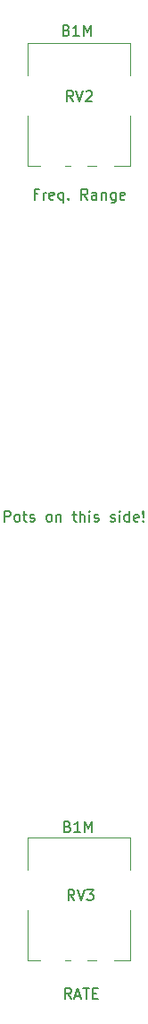
<source format=gbr>
%TF.GenerationSoftware,KiCad,Pcbnew,(5.1.6)-1*%
%TF.CreationDate,2020-06-22T20:02:40-05:00*%
%TF.ProjectId,NOISE_x_S_and_H,4e4f4953-455f-4785-9f53-5f616e645f48,rev?*%
%TF.SameCoordinates,Original*%
%TF.FileFunction,Legend,Top*%
%TF.FilePolarity,Positive*%
%FSLAX46Y46*%
G04 Gerber Fmt 4.6, Leading zero omitted, Abs format (unit mm)*
G04 Created by KiCad (PCBNEW (5.1.6)-1) date 2020-06-22 20:02:40*
%MOMM*%
%LPD*%
G01*
G04 APERTURE LIST*
%ADD10C,0.150000*%
%ADD11C,0.120000*%
G04 APERTURE END LIST*
D10*
X151964761Y-95132380D02*
X151964761Y-94132380D01*
X152345714Y-94132380D01*
X152440952Y-94180000D01*
X152488571Y-94227619D01*
X152536190Y-94322857D01*
X152536190Y-94465714D01*
X152488571Y-94560952D01*
X152440952Y-94608571D01*
X152345714Y-94656190D01*
X151964761Y-94656190D01*
X153107619Y-95132380D02*
X153012380Y-95084761D01*
X152964761Y-95037142D01*
X152917142Y-94941904D01*
X152917142Y-94656190D01*
X152964761Y-94560952D01*
X153012380Y-94513333D01*
X153107619Y-94465714D01*
X153250476Y-94465714D01*
X153345714Y-94513333D01*
X153393333Y-94560952D01*
X153440952Y-94656190D01*
X153440952Y-94941904D01*
X153393333Y-95037142D01*
X153345714Y-95084761D01*
X153250476Y-95132380D01*
X153107619Y-95132380D01*
X153726666Y-94465714D02*
X154107619Y-94465714D01*
X153869523Y-94132380D02*
X153869523Y-94989523D01*
X153917142Y-95084761D01*
X154012380Y-95132380D01*
X154107619Y-95132380D01*
X154393333Y-95084761D02*
X154488571Y-95132380D01*
X154679047Y-95132380D01*
X154774285Y-95084761D01*
X154821904Y-94989523D01*
X154821904Y-94941904D01*
X154774285Y-94846666D01*
X154679047Y-94799047D01*
X154536190Y-94799047D01*
X154440952Y-94751428D01*
X154393333Y-94656190D01*
X154393333Y-94608571D01*
X154440952Y-94513333D01*
X154536190Y-94465714D01*
X154679047Y-94465714D01*
X154774285Y-94513333D01*
X156155238Y-95132380D02*
X156060000Y-95084761D01*
X156012380Y-95037142D01*
X155964761Y-94941904D01*
X155964761Y-94656190D01*
X156012380Y-94560952D01*
X156060000Y-94513333D01*
X156155238Y-94465714D01*
X156298095Y-94465714D01*
X156393333Y-94513333D01*
X156440952Y-94560952D01*
X156488571Y-94656190D01*
X156488571Y-94941904D01*
X156440952Y-95037142D01*
X156393333Y-95084761D01*
X156298095Y-95132380D01*
X156155238Y-95132380D01*
X156917142Y-94465714D02*
X156917142Y-95132380D01*
X156917142Y-94560952D02*
X156964761Y-94513333D01*
X157060000Y-94465714D01*
X157202857Y-94465714D01*
X157298095Y-94513333D01*
X157345714Y-94608571D01*
X157345714Y-95132380D01*
X158440952Y-94465714D02*
X158821904Y-94465714D01*
X158583809Y-94132380D02*
X158583809Y-94989523D01*
X158631428Y-95084761D01*
X158726666Y-95132380D01*
X158821904Y-95132380D01*
X159155238Y-95132380D02*
X159155238Y-94132380D01*
X159583809Y-95132380D02*
X159583809Y-94608571D01*
X159536190Y-94513333D01*
X159440952Y-94465714D01*
X159298095Y-94465714D01*
X159202857Y-94513333D01*
X159155238Y-94560952D01*
X160060000Y-95132380D02*
X160060000Y-94465714D01*
X160060000Y-94132380D02*
X160012380Y-94180000D01*
X160060000Y-94227619D01*
X160107619Y-94180000D01*
X160060000Y-94132380D01*
X160060000Y-94227619D01*
X160488571Y-95084761D02*
X160583809Y-95132380D01*
X160774285Y-95132380D01*
X160869523Y-95084761D01*
X160917142Y-94989523D01*
X160917142Y-94941904D01*
X160869523Y-94846666D01*
X160774285Y-94799047D01*
X160631428Y-94799047D01*
X160536190Y-94751428D01*
X160488571Y-94656190D01*
X160488571Y-94608571D01*
X160536190Y-94513333D01*
X160631428Y-94465714D01*
X160774285Y-94465714D01*
X160869523Y-94513333D01*
X162060000Y-95084761D02*
X162155238Y-95132380D01*
X162345714Y-95132380D01*
X162440952Y-95084761D01*
X162488571Y-94989523D01*
X162488571Y-94941904D01*
X162440952Y-94846666D01*
X162345714Y-94799047D01*
X162202857Y-94799047D01*
X162107619Y-94751428D01*
X162060000Y-94656190D01*
X162060000Y-94608571D01*
X162107619Y-94513333D01*
X162202857Y-94465714D01*
X162345714Y-94465714D01*
X162440952Y-94513333D01*
X162917142Y-95132380D02*
X162917142Y-94465714D01*
X162917142Y-94132380D02*
X162869523Y-94180000D01*
X162917142Y-94227619D01*
X162964761Y-94180000D01*
X162917142Y-94132380D01*
X162917142Y-94227619D01*
X163821904Y-95132380D02*
X163821904Y-94132380D01*
X163821904Y-95084761D02*
X163726666Y-95132380D01*
X163536190Y-95132380D01*
X163440952Y-95084761D01*
X163393333Y-95037142D01*
X163345714Y-94941904D01*
X163345714Y-94656190D01*
X163393333Y-94560952D01*
X163440952Y-94513333D01*
X163536190Y-94465714D01*
X163726666Y-94465714D01*
X163821904Y-94513333D01*
X164679047Y-95084761D02*
X164583809Y-95132380D01*
X164393333Y-95132380D01*
X164298095Y-95084761D01*
X164250476Y-94989523D01*
X164250476Y-94608571D01*
X164298095Y-94513333D01*
X164393333Y-94465714D01*
X164583809Y-94465714D01*
X164679047Y-94513333D01*
X164726666Y-94608571D01*
X164726666Y-94703809D01*
X164250476Y-94799047D01*
X165155238Y-95037142D02*
X165202857Y-95084761D01*
X165155238Y-95132380D01*
X165107619Y-95084761D01*
X165155238Y-95037142D01*
X165155238Y-95132380D01*
X165155238Y-94751428D02*
X165107619Y-94180000D01*
X165155238Y-94132380D01*
X165202857Y-94180000D01*
X165155238Y-94751428D01*
X165155238Y-94132380D01*
X158307619Y-140192380D02*
X157974285Y-139716190D01*
X157736190Y-140192380D02*
X157736190Y-139192380D01*
X158117142Y-139192380D01*
X158212380Y-139240000D01*
X158260000Y-139287619D01*
X158307619Y-139382857D01*
X158307619Y-139525714D01*
X158260000Y-139620952D01*
X158212380Y-139668571D01*
X158117142Y-139716190D01*
X157736190Y-139716190D01*
X158688571Y-139906666D02*
X159164761Y-139906666D01*
X158593333Y-140192380D02*
X158926666Y-139192380D01*
X159260000Y-140192380D01*
X159450476Y-139192380D02*
X160021904Y-139192380D01*
X159736190Y-140192380D02*
X159736190Y-139192380D01*
X160355238Y-139668571D02*
X160688571Y-139668571D01*
X160831428Y-140192380D02*
X160355238Y-140192380D01*
X160355238Y-139192380D01*
X160831428Y-139192380D01*
X155147619Y-64198571D02*
X154814285Y-64198571D01*
X154814285Y-64722380D02*
X154814285Y-63722380D01*
X155290476Y-63722380D01*
X155671428Y-64722380D02*
X155671428Y-64055714D01*
X155671428Y-64246190D02*
X155719047Y-64150952D01*
X155766666Y-64103333D01*
X155861904Y-64055714D01*
X155957142Y-64055714D01*
X156671428Y-64674761D02*
X156576190Y-64722380D01*
X156385714Y-64722380D01*
X156290476Y-64674761D01*
X156242857Y-64579523D01*
X156242857Y-64198571D01*
X156290476Y-64103333D01*
X156385714Y-64055714D01*
X156576190Y-64055714D01*
X156671428Y-64103333D01*
X156719047Y-64198571D01*
X156719047Y-64293809D01*
X156242857Y-64389047D01*
X157576190Y-64055714D02*
X157576190Y-65055714D01*
X157576190Y-64674761D02*
X157480952Y-64722380D01*
X157290476Y-64722380D01*
X157195238Y-64674761D01*
X157147619Y-64627142D01*
X157100000Y-64531904D01*
X157100000Y-64246190D01*
X157147619Y-64150952D01*
X157195238Y-64103333D01*
X157290476Y-64055714D01*
X157480952Y-64055714D01*
X157576190Y-64103333D01*
X158052380Y-64627142D02*
X158100000Y-64674761D01*
X158052380Y-64722380D01*
X158004761Y-64674761D01*
X158052380Y-64627142D01*
X158052380Y-64722380D01*
X159861904Y-64722380D02*
X159528571Y-64246190D01*
X159290476Y-64722380D02*
X159290476Y-63722380D01*
X159671428Y-63722380D01*
X159766666Y-63770000D01*
X159814285Y-63817619D01*
X159861904Y-63912857D01*
X159861904Y-64055714D01*
X159814285Y-64150952D01*
X159766666Y-64198571D01*
X159671428Y-64246190D01*
X159290476Y-64246190D01*
X160719047Y-64722380D02*
X160719047Y-64198571D01*
X160671428Y-64103333D01*
X160576190Y-64055714D01*
X160385714Y-64055714D01*
X160290476Y-64103333D01*
X160719047Y-64674761D02*
X160623809Y-64722380D01*
X160385714Y-64722380D01*
X160290476Y-64674761D01*
X160242857Y-64579523D01*
X160242857Y-64484285D01*
X160290476Y-64389047D01*
X160385714Y-64341428D01*
X160623809Y-64341428D01*
X160719047Y-64293809D01*
X161195238Y-64055714D02*
X161195238Y-64722380D01*
X161195238Y-64150952D02*
X161242857Y-64103333D01*
X161338095Y-64055714D01*
X161480952Y-64055714D01*
X161576190Y-64103333D01*
X161623809Y-64198571D01*
X161623809Y-64722380D01*
X162528571Y-64055714D02*
X162528571Y-64865238D01*
X162480952Y-64960476D01*
X162433333Y-65008095D01*
X162338095Y-65055714D01*
X162195238Y-65055714D01*
X162100000Y-65008095D01*
X162528571Y-64674761D02*
X162433333Y-64722380D01*
X162242857Y-64722380D01*
X162147619Y-64674761D01*
X162100000Y-64627142D01*
X162052380Y-64531904D01*
X162052380Y-64246190D01*
X162100000Y-64150952D01*
X162147619Y-64103333D01*
X162242857Y-64055714D01*
X162433333Y-64055714D01*
X162528571Y-64103333D01*
X163385714Y-64674761D02*
X163290476Y-64722380D01*
X163100000Y-64722380D01*
X163004761Y-64674761D01*
X162957142Y-64579523D01*
X162957142Y-64198571D01*
X163004761Y-64103333D01*
X163100000Y-64055714D01*
X163290476Y-64055714D01*
X163385714Y-64103333D01*
X163433333Y-64198571D01*
X163433333Y-64293809D01*
X162957142Y-64389047D01*
D11*
%TO.C,RV3*%
X160710000Y-136520000D02*
X159880000Y-136520000D01*
X158260000Y-136520000D02*
X157730000Y-136520000D01*
X155360000Y-136520000D02*
X154180000Y-136520000D01*
X163920000Y-136520000D02*
X163920000Y-131800000D01*
X154180000Y-127990000D02*
X154180000Y-124930000D01*
X154170000Y-136520000D02*
X154170000Y-131800000D01*
X163920000Y-127990000D02*
X163920000Y-124930000D01*
X163920000Y-136520000D02*
X162430000Y-136520000D01*
X163920000Y-124930000D02*
X154180000Y-124930000D01*
%TO.C,RV2*%
X163920000Y-49930000D02*
X154180000Y-49930000D01*
X163920000Y-61520000D02*
X162430000Y-61520000D01*
X163920000Y-52990000D02*
X163920000Y-49930000D01*
X154170000Y-61520000D02*
X154170000Y-56800000D01*
X154180000Y-52990000D02*
X154180000Y-49930000D01*
X163920000Y-61520000D02*
X163920000Y-56800000D01*
X155360000Y-61520000D02*
X154180000Y-61520000D01*
X158260000Y-61520000D02*
X157730000Y-61520000D01*
X160710000Y-61520000D02*
X159880000Y-61520000D01*
%TO.C,RV3*%
D10*
X158604761Y-130882380D02*
X158271428Y-130406190D01*
X158033333Y-130882380D02*
X158033333Y-129882380D01*
X158414285Y-129882380D01*
X158509523Y-129930000D01*
X158557142Y-129977619D01*
X158604761Y-130072857D01*
X158604761Y-130215714D01*
X158557142Y-130310952D01*
X158509523Y-130358571D01*
X158414285Y-130406190D01*
X158033333Y-130406190D01*
X158890476Y-129882380D02*
X159223809Y-130882380D01*
X159557142Y-129882380D01*
X159795238Y-129882380D02*
X160414285Y-129882380D01*
X160080952Y-130263333D01*
X160223809Y-130263333D01*
X160319047Y-130310952D01*
X160366666Y-130358571D01*
X160414285Y-130453809D01*
X160414285Y-130691904D01*
X160366666Y-130787142D01*
X160319047Y-130834761D01*
X160223809Y-130882380D01*
X159938095Y-130882380D01*
X159842857Y-130834761D01*
X159795238Y-130787142D01*
X157993809Y-123908571D02*
X158136666Y-123956190D01*
X158184285Y-124003809D01*
X158231904Y-124099047D01*
X158231904Y-124241904D01*
X158184285Y-124337142D01*
X158136666Y-124384761D01*
X158041428Y-124432380D01*
X157660476Y-124432380D01*
X157660476Y-123432380D01*
X157993809Y-123432380D01*
X158089047Y-123480000D01*
X158136666Y-123527619D01*
X158184285Y-123622857D01*
X158184285Y-123718095D01*
X158136666Y-123813333D01*
X158089047Y-123860952D01*
X157993809Y-123908571D01*
X157660476Y-123908571D01*
X159184285Y-124432380D02*
X158612857Y-124432380D01*
X158898571Y-124432380D02*
X158898571Y-123432380D01*
X158803333Y-123575238D01*
X158708095Y-123670476D01*
X158612857Y-123718095D01*
X159612857Y-124432380D02*
X159612857Y-123432380D01*
X159946190Y-124146666D01*
X160279523Y-123432380D01*
X160279523Y-124432380D01*
%TO.C,RV2*%
X158504761Y-55442380D02*
X158171428Y-54966190D01*
X157933333Y-55442380D02*
X157933333Y-54442380D01*
X158314285Y-54442380D01*
X158409523Y-54490000D01*
X158457142Y-54537619D01*
X158504761Y-54632857D01*
X158504761Y-54775714D01*
X158457142Y-54870952D01*
X158409523Y-54918571D01*
X158314285Y-54966190D01*
X157933333Y-54966190D01*
X158790476Y-54442380D02*
X159123809Y-55442380D01*
X159457142Y-54442380D01*
X159742857Y-54537619D02*
X159790476Y-54490000D01*
X159885714Y-54442380D01*
X160123809Y-54442380D01*
X160219047Y-54490000D01*
X160266666Y-54537619D01*
X160314285Y-54632857D01*
X160314285Y-54728095D01*
X160266666Y-54870952D01*
X159695238Y-55442380D01*
X160314285Y-55442380D01*
X157863809Y-48728571D02*
X158006666Y-48776190D01*
X158054285Y-48823809D01*
X158101904Y-48919047D01*
X158101904Y-49061904D01*
X158054285Y-49157142D01*
X158006666Y-49204761D01*
X157911428Y-49252380D01*
X157530476Y-49252380D01*
X157530476Y-48252380D01*
X157863809Y-48252380D01*
X157959047Y-48300000D01*
X158006666Y-48347619D01*
X158054285Y-48442857D01*
X158054285Y-48538095D01*
X158006666Y-48633333D01*
X157959047Y-48680952D01*
X157863809Y-48728571D01*
X157530476Y-48728571D01*
X159054285Y-49252380D02*
X158482857Y-49252380D01*
X158768571Y-49252380D02*
X158768571Y-48252380D01*
X158673333Y-48395238D01*
X158578095Y-48490476D01*
X158482857Y-48538095D01*
X159482857Y-49252380D02*
X159482857Y-48252380D01*
X159816190Y-48966666D01*
X160149523Y-48252380D01*
X160149523Y-49252380D01*
%TD*%
M02*

</source>
